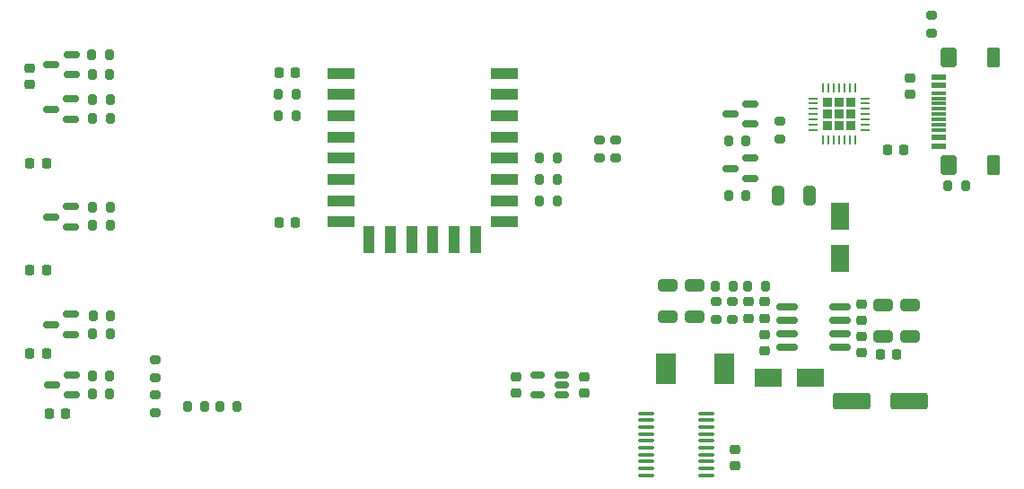
<source format=gbr>
G04 #@! TF.GenerationSoftware,KiCad,Pcbnew,(5.99.0-9568-gb9d26a55f2)*
G04 #@! TF.CreationDate,2021-03-08T10:56:08+01:00*
G04 #@! TF.ProjectId,ESP-Hiro,4553502d-4869-4726-9f2e-6b696361645f,rev?*
G04 #@! TF.SameCoordinates,PX5f5e100PY7bfa480*
G04 #@! TF.FileFunction,Paste,Top*
G04 #@! TF.FilePolarity,Positive*
%FSLAX46Y46*%
G04 Gerber Fmt 4.6, Leading zero omitted, Abs format (unit mm)*
G04 Created by KiCad (PCBNEW (5.99.0-9568-gb9d26a55f2)) date 2021-03-08 10:56:08*
%MOMM*%
%LPD*%
G01*
G04 APERTURE LIST*
G04 Aperture macros list*
%AMRoundRect*
0 Rectangle with rounded corners*
0 $1 Rounding radius*
0 $2 $3 $4 $5 $6 $7 $8 $9 X,Y pos of 4 corners*
0 Add a 4 corners polygon primitive as box body*
4,1,4,$2,$3,$4,$5,$6,$7,$8,$9,$2,$3,0*
0 Add four circle primitives for the rounded corners*
1,1,$1+$1,$2,$3*
1,1,$1+$1,$4,$5*
1,1,$1+$1,$6,$7*
1,1,$1+$1,$8,$9*
0 Add four rect primitives between the rounded corners*
20,1,$1+$1,$2,$3,$4,$5,0*
20,1,$1+$1,$4,$5,$6,$7,0*
20,1,$1+$1,$6,$7,$8,$9,0*
20,1,$1+$1,$8,$9,$2,$3,0*%
G04 Aperture macros list end*
%ADD10RoundRect,0.250000X0.650000X-0.325000X0.650000X0.325000X-0.650000X0.325000X-0.650000X-0.325000X0*%
%ADD11RoundRect,0.225000X-0.250000X0.225000X-0.250000X-0.225000X0.250000X-0.225000X0.250000X0.225000X0*%
%ADD12RoundRect,0.225000X0.250000X-0.225000X0.250000X0.225000X-0.250000X0.225000X-0.250000X-0.225000X0*%
%ADD13RoundRect,0.225000X-0.225000X-0.250000X0.225000X-0.250000X0.225000X0.250000X-0.225000X0.250000X0*%
%ADD14R,2.500000X1.800000*%
%ADD15RoundRect,0.150000X0.587500X0.150000X-0.587500X0.150000X-0.587500X-0.150000X0.587500X-0.150000X0*%
%ADD16RoundRect,0.200000X0.200000X0.275000X-0.200000X0.275000X-0.200000X-0.275000X0.200000X-0.275000X0*%
%ADD17RoundRect,0.200000X0.275000X-0.200000X0.275000X0.200000X-0.275000X0.200000X-0.275000X-0.200000X0*%
%ADD18RoundRect,0.200000X-0.200000X-0.275000X0.200000X-0.275000X0.200000X0.275000X-0.200000X0.275000X0*%
%ADD19RoundRect,0.200000X-0.275000X0.200000X-0.275000X-0.200000X0.275000X-0.200000X0.275000X0.200000X0*%
%ADD20RoundRect,0.150000X0.825000X0.150000X-0.825000X0.150000X-0.825000X-0.150000X0.825000X-0.150000X0*%
%ADD21R,2.500000X1.100000*%
%ADD22R,1.100000X2.500000*%
%ADD23RoundRect,0.150000X0.512500X0.150000X-0.512500X0.150000X-0.512500X-0.150000X0.512500X-0.150000X0*%
%ADD24RoundRect,0.250000X0.325000X0.650000X-0.325000X0.650000X-0.325000X-0.650000X0.325000X-0.650000X0*%
%ADD25RoundRect,0.225000X0.225000X0.250000X-0.225000X0.250000X-0.225000X-0.250000X0.225000X-0.250000X0*%
%ADD26R,1.800000X2.500000*%
%ADD27RoundRect,0.225000X0.225000X0.225000X-0.225000X0.225000X-0.225000X-0.225000X0.225000X-0.225000X0*%
%ADD28RoundRect,0.062500X0.337500X0.062500X-0.337500X0.062500X-0.337500X-0.062500X0.337500X-0.062500X0*%
%ADD29RoundRect,0.062500X0.062500X0.337500X-0.062500X0.337500X-0.062500X-0.337500X0.062500X-0.337500X0*%
%ADD30R,1.450000X0.600000*%
%ADD31R,1.450000X0.300000*%
%ADD32RoundRect,0.120000X0.480000X-0.780000X0.480000X0.780000X-0.480000X0.780000X-0.480000X-0.780000X0*%
%ADD33RoundRect,0.145000X0.580000X-0.755000X0.580000X0.755000X-0.580000X0.755000X-0.580000X-0.755000X0*%
%ADD34R,1.950000X3.000000*%
%ADD35RoundRect,0.100000X-0.637500X-0.100000X0.637500X-0.100000X0.637500X0.100000X-0.637500X0.100000X0*%
%ADD36RoundRect,0.250000X1.500000X0.550000X-1.500000X0.550000X-1.500000X-0.550000X1.500000X-0.550000X0*%
G04 APERTURE END LIST*
D10*
X90959000Y16315000D03*
X90959000Y19265000D03*
X88419000Y16315000D03*
X88419000Y19265000D03*
D11*
X86387000Y16266000D03*
X86387000Y14716000D03*
D12*
X77243000Y14923998D03*
X77243000Y16473998D03*
X86387000Y17777000D03*
X86387000Y19327000D03*
X77243000Y17984998D03*
X77243000Y19534998D03*
X75719000Y17984998D03*
X75719000Y19534998D03*
D10*
X68099000Y18113998D03*
X68099000Y21063998D03*
X70639000Y18113998D03*
X70639000Y21063998D03*
D13*
X31418000Y41158000D03*
X32968000Y41158000D03*
X31418000Y27061000D03*
X32968000Y27061000D03*
D12*
X60260000Y10919000D03*
X60260000Y12469000D03*
X53783000Y10919000D03*
X53783000Y12469000D03*
D14*
X77564000Y12396998D03*
X81564000Y12396998D03*
D15*
X11843000Y40970000D03*
X11843000Y42870000D03*
X9968000Y41920000D03*
D16*
X77306000Y21045998D03*
X75656000Y21045998D03*
D17*
X72671000Y17909998D03*
X72671000Y19559998D03*
X74195000Y17909998D03*
X74195000Y19559998D03*
D18*
X72608000Y21045998D03*
X74258000Y21045998D03*
D17*
X61657000Y33157000D03*
X61657000Y34807000D03*
X63181000Y33157000D03*
X63181000Y34807000D03*
D16*
X57656000Y33157000D03*
X56006000Y33157000D03*
X57656000Y31125000D03*
X56006000Y31125000D03*
D18*
X31368000Y37094000D03*
X33018000Y37094000D03*
X31368000Y39126000D03*
X33018000Y39126000D03*
D16*
X57656000Y29093000D03*
X56006000Y29093000D03*
D19*
X19747000Y10741000D03*
X19747000Y9091000D03*
X19747000Y14043000D03*
X19747000Y12393000D03*
D18*
X13816600Y41005600D03*
X15466600Y41005600D03*
X13842000Y36840000D03*
X15492000Y36840000D03*
X13867400Y26730800D03*
X15517400Y26730800D03*
X13867400Y16520000D03*
X15517400Y16520000D03*
X13816600Y10830400D03*
X15466600Y10830400D03*
D16*
X15415800Y42885200D03*
X13765800Y42885200D03*
X15492000Y38618000D03*
X13842000Y38618000D03*
X15517400Y28458000D03*
X13867400Y28458000D03*
X15529600Y18247200D03*
X13879600Y18247200D03*
X15454400Y12506800D03*
X13804400Y12506800D03*
D20*
X84325000Y15221000D03*
X84325000Y16491000D03*
X84325000Y17761000D03*
X84325000Y19031000D03*
X79375000Y19031000D03*
X79375000Y17761000D03*
X79375000Y16491000D03*
X79375000Y15221000D03*
D21*
X37258000Y41100000D03*
X37258000Y39100000D03*
X37258000Y37100000D03*
X37258000Y35100000D03*
X37258000Y33100000D03*
X37258000Y31100000D03*
X37258000Y29100000D03*
X37258000Y27100000D03*
X52658000Y27100000D03*
X52658000Y29100000D03*
X52658000Y31100000D03*
X52658000Y33100000D03*
X52658000Y35100000D03*
X52658000Y37100000D03*
X52658000Y39100000D03*
X52658000Y41100000D03*
D22*
X39948000Y25400000D03*
X41948000Y25400000D03*
X43948000Y25400000D03*
X45948000Y25400000D03*
X47948000Y25400000D03*
X49948000Y25400000D03*
D23*
X58127500Y10744000D03*
X58127500Y11694000D03*
X58127500Y12644000D03*
X55852500Y12644000D03*
X55852500Y10744000D03*
D11*
X90994000Y40663000D03*
X90994000Y39113000D03*
D24*
X81475000Y29601000D03*
X78525000Y29601000D03*
D25*
X90372000Y33919000D03*
X88822000Y33919000D03*
D26*
X84390000Y23650200D03*
X84390000Y27650200D03*
D15*
X75865500Y31191500D03*
X75865500Y33091500D03*
X73990500Y32141500D03*
X75865500Y36334000D03*
X75865500Y38234000D03*
X73990500Y37284000D03*
D17*
X93026000Y44905000D03*
X93026000Y46555000D03*
D16*
X96200000Y30490000D03*
X94550000Y30490000D03*
D19*
X78675000Y36585000D03*
X78675000Y34935000D03*
D16*
X75499000Y29601500D03*
X73849000Y29601500D03*
X75499000Y34744000D03*
X73849000Y34744000D03*
D27*
X85383000Y37250000D03*
X83143000Y38370000D03*
X84263000Y37250000D03*
X85383000Y38370000D03*
X84263000Y36130000D03*
X83143000Y36130000D03*
X83143000Y37250000D03*
X85383000Y36130000D03*
X84263000Y38370000D03*
D28*
X86713000Y35750000D03*
X86713000Y36250000D03*
X86713000Y36750000D03*
X86713000Y37250000D03*
X86713000Y37750000D03*
X86713000Y38250000D03*
X86713000Y38750000D03*
D29*
X85763000Y39700000D03*
X85263000Y39700000D03*
X84763000Y39700000D03*
X84263000Y39700000D03*
X83763000Y39700000D03*
X83263000Y39700000D03*
X82763000Y39700000D03*
D28*
X81813000Y38750000D03*
X81813000Y38250000D03*
X81813000Y37750000D03*
X81813000Y37250000D03*
X81813000Y36750000D03*
X81813000Y36250000D03*
X81813000Y35750000D03*
D29*
X82763000Y34800000D03*
X83263000Y34800000D03*
X83763000Y34800000D03*
X84263000Y34800000D03*
X84763000Y34800000D03*
X85263000Y34800000D03*
X85763000Y34800000D03*
D30*
X93705000Y34250000D03*
X93705000Y35050000D03*
D31*
X93705000Y36250000D03*
X93705000Y37250000D03*
X93705000Y37750000D03*
X93705000Y38750000D03*
D30*
X93705000Y39950000D03*
X93705000Y40750000D03*
X93705000Y40750000D03*
X93705000Y39950000D03*
D31*
X93705000Y39250000D03*
X93705000Y38250000D03*
X93705000Y36750000D03*
X93705000Y35750000D03*
D30*
X93705000Y35050000D03*
X93705000Y34250000D03*
D32*
X98800000Y32430000D03*
X98800000Y42570000D03*
D33*
X94620000Y32430000D03*
X94620000Y42570000D03*
D34*
X73424000Y13218000D03*
X67924000Y13218000D03*
D15*
X11794500Y36779000D03*
X11794500Y38679000D03*
X9919500Y37729000D03*
D13*
X7923000Y14640400D03*
X9473000Y14640400D03*
D18*
X25844000Y9662000D03*
X27494000Y9662000D03*
D15*
X11870700Y10744000D03*
X11870700Y12644000D03*
X9995700Y11694000D03*
D13*
X7923000Y22514400D03*
X9473000Y22514400D03*
D12*
X74484000Y4061000D03*
X74484000Y5611000D03*
D16*
X24446000Y9662000D03*
X22796000Y9662000D03*
D15*
X11794500Y26619000D03*
X11794500Y28519000D03*
X9919500Y27569000D03*
D13*
X9751800Y9001600D03*
X11301800Y9001600D03*
X7923000Y32649000D03*
X9473000Y32649000D03*
X88174000Y14547002D03*
X89724000Y14547002D03*
D11*
X7885200Y41577400D03*
X7885200Y40027400D03*
D35*
X66033500Y9031000D03*
X66033500Y8381000D03*
X66033500Y7731000D03*
X66033500Y7081000D03*
X66033500Y6431000D03*
X66033500Y5781000D03*
X66033500Y5131000D03*
X66033500Y4481000D03*
X66033500Y3831000D03*
X66033500Y3181000D03*
X71758500Y3181000D03*
X71758500Y3831000D03*
X71758500Y4481000D03*
X71758500Y5131000D03*
X71758500Y5781000D03*
X71758500Y6431000D03*
X71758500Y7081000D03*
X71758500Y7731000D03*
X71758500Y8381000D03*
X71758500Y9031000D03*
D36*
X90900000Y10170000D03*
X85500000Y10170000D03*
D15*
X11794500Y16459000D03*
X11794500Y18359000D03*
X9919500Y17409000D03*
M02*

</source>
